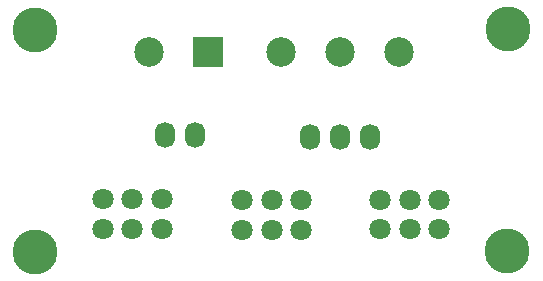
<source format=gbr>
G04 #@! TF.GenerationSoftware,KiCad,Pcbnew,9.0.1*
G04 #@! TF.CreationDate,2025-05-02T21:00:58+02:00*
G04 #@! TF.ProjectId,3_pots_pcb_v0.2a,335f706f-7473-45f7-9063-625f76302e32,rev?*
G04 #@! TF.SameCoordinates,Original*
G04 #@! TF.FileFunction,Soldermask,Top*
G04 #@! TF.FilePolarity,Negative*
%FSLAX46Y46*%
G04 Gerber Fmt 4.6, Leading zero omitted, Abs format (unit mm)*
G04 Created by KiCad (PCBNEW 9.0.1) date 2025-05-02 21:00:58*
%MOMM*%
%LPD*%
G01*
G04 APERTURE LIST*
%ADD10C,2.500000*%
%ADD11R,2.500000X2.500000*%
%ADD12C,3.800000*%
%ADD13C,1.800000*%
%ADD14O,1.700000X2.200000*%
G04 APERTURE END LIST*
D10*
X152825000Y-95125000D03*
D11*
X157825000Y-95125000D03*
D12*
X143225000Y-93250000D03*
X183175000Y-112025000D03*
D13*
X172425000Y-110175000D03*
X174925000Y-110175000D03*
X177425000Y-110175000D03*
X172425000Y-107675000D03*
X174925000Y-107675000D03*
X177425000Y-107675000D03*
D12*
X183200000Y-93200000D03*
D14*
X154175000Y-102200000D03*
X156715000Y-102200000D03*
D12*
X143225000Y-112075000D03*
D14*
X166485000Y-102325000D03*
X169025000Y-102325000D03*
X171565000Y-102325000D03*
D10*
X164025000Y-95125000D03*
X169025000Y-95125000D03*
X174025000Y-95125000D03*
D13*
X160725000Y-110225000D03*
X163225000Y-110225000D03*
X165725000Y-110225000D03*
X160725000Y-107725000D03*
X163225000Y-107725000D03*
X165725000Y-107725000D03*
X148925000Y-110125000D03*
X151425000Y-110125000D03*
X153925000Y-110125000D03*
X148925000Y-107625000D03*
X151425000Y-107625000D03*
X153925000Y-107625000D03*
M02*

</source>
